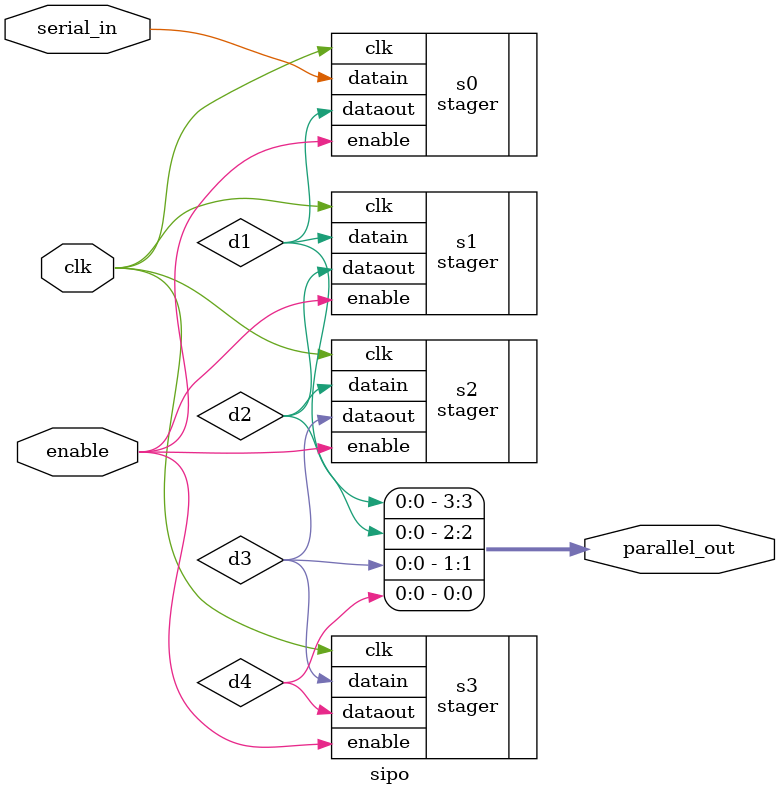
<source format=sv>
module sipo(
    input logic clk,
    input logic enable,
    input logic serial_in,
    output logic [3:0] parallel_out
);

logic d1;
logic d2;
logic d3;
logic d4;


always_comb begin
    parallel_out = {d1,d2,d3,d4};
end

stager s0(
    .clk(clk),
    .enable(enable),
    .datain(serial_in),
    .dataout(d1)
);

stager s1(
    .clk(clk),
    .enable(enable),
    .datain(d1),
    .dataout(d2)
);

stager s2(
    .clk(clk),
    .enable(enable),
    .datain(d2),
    .dataout(d3)
);

stager s3(
    .clk(clk),
    .enable(enable),
    .datain(d3),
    .dataout(d4)
);

endmodule
</source>
